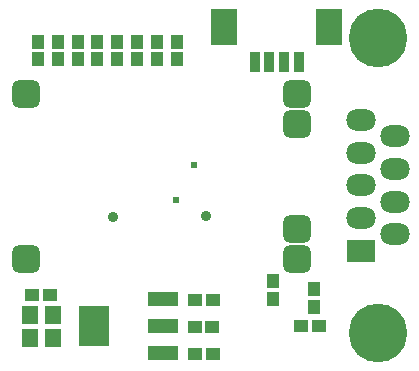
<source format=gbs>
G04*
G04 #@! TF.GenerationSoftware,Altium Limited,Altium Designer,21.9.2 (33)*
G04*
G04 Layer_Color=16711935*
%FSLAX25Y25*%
%MOIN*%
G70*
G04*
G04 #@! TF.SameCoordinates,353233E6-1857-4CDD-983F-46C35F824410*
G04*
G04*
G04 #@! TF.FilePolarity,Negative*
G04*
G01*
G75*
%ADD28R,0.04537X0.04340*%
%ADD37O,0.09800X0.07300*%
%ADD38C,0.19540*%
%ADD39R,0.09800X0.07300*%
%ADD40C,0.03556*%
%ADD41C,0.02375*%
%ADD56R,0.03750X0.06899*%
%ADD57R,0.08868X0.12411*%
G04:AMPARAMS|DCode=58|XSize=94.61mil|YSize=94.61mil|CornerRadius=25.65mil|HoleSize=0mil|Usage=FLASHONLY|Rotation=0.000|XOffset=0mil|YOffset=0mil|HoleType=Round|Shape=RoundedRectangle|*
%AMROUNDEDRECTD58*
21,1,0.09461,0.04331,0,0,0.0*
21,1,0.04331,0.09461,0,0,0.0*
1,1,0.05131,0.02165,-0.02165*
1,1,0.05131,-0.02165,-0.02165*
1,1,0.05131,-0.02165,0.02165*
1,1,0.05131,0.02165,0.02165*
%
%ADD58ROUNDEDRECTD58*%
%ADD59R,0.04340X0.04537*%
%ADD60R,0.05524X0.06312*%
%ADD61R,0.10249X0.04737*%
%ADD62R,0.10249X0.13792*%
D28*
X64347Y40300D02*
D03*
X70253D02*
D03*
X-19447Y50800D02*
D03*
X-25353D02*
D03*
X34853Y31100D02*
D03*
X28947D02*
D03*
X34753Y40050D02*
D03*
X28847D02*
D03*
X34853Y49000D02*
D03*
X28947D02*
D03*
D37*
X95600Y81805D02*
D03*
Y103617D02*
D03*
X84419Y98164D02*
D03*
X95600Y92711D02*
D03*
X84419Y87258D02*
D03*
Y76353D02*
D03*
X95600Y70900D02*
D03*
X84419Y109069D02*
D03*
D38*
X90009Y38065D02*
D03*
Y136451D02*
D03*
D39*
X84419Y65447D02*
D03*
D40*
X1500Y76800D02*
D03*
X32600Y77100D02*
D03*
D41*
X28700Y93900D02*
D03*
X22800Y82500D02*
D03*
D56*
X48836Y128500D02*
D03*
X53758D02*
D03*
X58679D02*
D03*
X63600D02*
D03*
D57*
X73639Y139917D02*
D03*
X38797D02*
D03*
D58*
X-27476Y62541D02*
D03*
X63076Y117659D02*
D03*
Y62541D02*
D03*
Y72541D02*
D03*
Y107659D02*
D03*
X-27476Y117659D02*
D03*
D59*
X55000Y49347D02*
D03*
Y55253D02*
D03*
X68600Y52553D02*
D03*
Y46647D02*
D03*
X-23400Y135153D02*
D03*
Y129247D02*
D03*
X-16771Y135153D02*
D03*
Y129247D02*
D03*
X-10143Y135153D02*
D03*
Y129247D02*
D03*
X-3514Y135153D02*
D03*
Y129247D02*
D03*
X3114Y135153D02*
D03*
Y129247D02*
D03*
X9743Y135153D02*
D03*
Y129247D02*
D03*
X16371Y135153D02*
D03*
Y129247D02*
D03*
X23000Y135153D02*
D03*
Y129247D02*
D03*
D60*
X-18442Y36339D02*
D03*
X-25923D02*
D03*
X-25963Y43861D02*
D03*
X-18482D02*
D03*
D61*
X18217Y49455D02*
D03*
Y40400D02*
D03*
Y31345D02*
D03*
D62*
X-4617Y40400D02*
D03*
M02*

</source>
